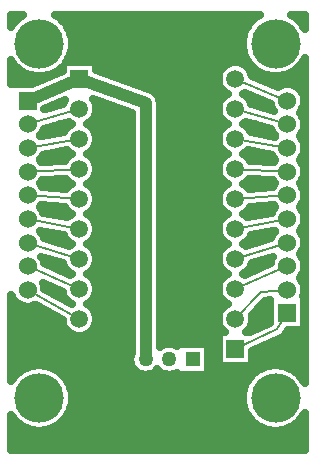
<source format=gbl>
G04 DipTrace 3.2.0.1*
G04 xbee_jst_opl.gbl*
%MOIN*%
G04 #@! TF.FileFunction,Copper,L2,Bot*
G04 #@! TF.Part,Single*
G04 #@! TA.AperFunction,Conductor*
%ADD13C,0.04*%
%ADD16C,0.008*%
G04 #@! TA.AperFunction,CopperBalancing*
%ADD17C,0.025*%
G04 #@! TA.AperFunction,ComponentPad*
%ADD20R,0.05X0.05*%
%ADD21R,0.059055X0.059055*%
%ADD22C,0.059055*%
%ADD23C,0.05*%
%ADD24R,0.06X0.06*%
%ADD25C,0.06*%
G04 #@! TA.AperFunction,ViaPad*
%ADD26C,0.165*%
%FSLAX26Y26*%
G04*
G70*
G90*
G75*
G01*
G04 Bottom*
%LPD*%
X490315Y1600827D2*
D13*
X663386Y1673701D1*
X884016Y738700D2*
Y1593701D1*
X663386Y1673701D1*
X490315Y892166D2*
X663386Y773701D1*
X805276Y738700D1*
X1183386Y1473701D2*
D16*
X1356457Y1443347D1*
X1183386Y1673701D2*
X1356457Y1600827D1*
X1183386Y1373701D2*
X1356457Y1364607D1*
X1183386Y1273701D2*
X1356457Y1285866D1*
X1183386Y1573701D2*
X1356457Y1522087D1*
X490315Y1207126D2*
X663386Y1173701D1*
X1183386D2*
X1356457Y1207126D1*
X1183386Y1073701D2*
X1356457Y1128386D1*
X1183386Y973701D2*
X1356457Y1049646D1*
X1183386Y873701D2*
X1268386Y963701D1*
X1356457Y970906D1*
X1183386Y773701D2*
X1323386Y838701D1*
X1356457Y892166D1*
X490315Y1364607D2*
X663386Y1373701D1*
X490315Y1285866D2*
X663386Y1273701D1*
X490315Y1128386D2*
X663386Y1073701D1*
X490315Y1049646D2*
X663386Y973701D1*
X490315Y970906D2*
X663386Y873701D1*
X490315Y1522087D2*
X663386Y1573701D1*
X490315Y1443347D2*
X663386Y1473701D1*
D26*
X529488Y610236D3*
Y1791339D3*
X1316890Y610236D3*
Y1791339D3*
X438620Y1870116D2*
D17*
X451670D1*
X607311D2*
X1239076D1*
X1394718D2*
X1411679D1*
X626725Y1845247D2*
X1219663D1*
X637023Y1820378D2*
X1209328D1*
X640898Y1795509D2*
X1205488D1*
X638996Y1770641D2*
X1207390D1*
X630995Y1745772D2*
X1215393D1*
X721889Y1720903D2*
X1150729D1*
X1216050D2*
X1231217D1*
X1402576D2*
X1411714D1*
X438620Y1696034D2*
X474096D1*
X584883D2*
X594129D1*
X740692D2*
X1129521D1*
X1237257D2*
X1261503D1*
X1372253D2*
X1411714D1*
X438620Y1671166D2*
X535065D1*
X809267D2*
X1124928D1*
X1270487D2*
X1411714D1*
X877841Y1646297D2*
X1132033D1*
X1392492D2*
X1411714D1*
X923845Y1621428D2*
X1151554D1*
X1215225D2*
X1226445D1*
X717045Y1596559D2*
X737235D1*
X932924D2*
X1129736D1*
X1237042D2*
X1285509D1*
X721853Y1571691D2*
X805845D1*
X932996D2*
X1124893D1*
X715036Y1546822D2*
X835020D1*
X932996D2*
X1131746D1*
X599058Y1521953D2*
X632418D1*
X694330D2*
X835020D1*
X932996D2*
X1152415D1*
X1214364D2*
X1247723D1*
X543473Y1497084D2*
X609990D1*
X716793D2*
X835020D1*
X932996D2*
X1129988D1*
X1236792D2*
X1303309D1*
X721889Y1472215D2*
X835020D1*
X932996D2*
X1124893D1*
X715322Y1447347D2*
X835020D1*
X932996D2*
X1131460D1*
X550327Y1422478D2*
X633351D1*
X693433D2*
X835020D1*
X932996D2*
X1153348D1*
X1213431D2*
X1296419D1*
X716542Y1397609D2*
X835020D1*
X932996D2*
X1130239D1*
X721889Y1372740D2*
X835020D1*
X932996D2*
X1124893D1*
X715609Y1347872D2*
X835020D1*
X932996D2*
X1131172D1*
X535399Y1323003D2*
X634284D1*
X692500D2*
X835020D1*
X932996D2*
X1154281D1*
X1212498D2*
X1311382D1*
X1401536D2*
X1411751D1*
X716292Y1298134D2*
X835020D1*
X932996D2*
X1130490D1*
X721889Y1273265D2*
X835020D1*
X932996D2*
X1124856D1*
X535076Y1248397D2*
X586020D1*
X715861D2*
X835020D1*
X932996D2*
X1130920D1*
X1260761D2*
X1311670D1*
X1401248D2*
X1411751D1*
X568700Y1223528D2*
X635289D1*
X691495D2*
X835020D1*
X932996D2*
X1155286D1*
X1211492D2*
X1278082D1*
X716040Y1198659D2*
X835020D1*
X932996D2*
X1130742D1*
X721889Y1173790D2*
X835020D1*
X932996D2*
X1124856D1*
X545446Y1148921D2*
X610635D1*
X716112D2*
X835020D1*
X932996D2*
X1130634D1*
X1236109D2*
X1301335D1*
X607742Y1124053D2*
X634929D1*
X691818D2*
X835020D1*
X932996D2*
X1154927D1*
X1211816D2*
X1239040D1*
X715789Y1099184D2*
X835020D1*
X932996D2*
X1130992D1*
X543652Y1074315D2*
X557743D1*
X721889D2*
X835020D1*
X932996D2*
X1124856D1*
X1289038D2*
X1303129D1*
X569166Y1049446D2*
X610385D1*
X716399D2*
X835020D1*
X932996D2*
X1130382D1*
X1236397D2*
X1277616D1*
X625827Y1024578D2*
X633948D1*
X692823D2*
X835020D1*
X932996D2*
X1153958D1*
X1212820D2*
X1220932D1*
X715502Y999709D2*
X835020D1*
X932996D2*
X1131280D1*
X549179Y974840D2*
X582395D1*
X721889D2*
X835020D1*
X932996D2*
X1124893D1*
X592347Y949971D2*
X610134D1*
X716614D2*
X835020D1*
X932996D2*
X1130131D1*
X438655Y925103D2*
X454755D1*
X693756D2*
X835020D1*
X932996D2*
X1153025D1*
X1276372D2*
X1297460D1*
X438655Y900234D2*
X551391D1*
X715214D2*
X835020D1*
X932996D2*
X1131530D1*
X1252903D2*
X1297460D1*
X438655Y875365D2*
X595672D1*
X721889D2*
X835020D1*
X932996D2*
X1124893D1*
X1241887D2*
X1297460D1*
X438655Y850496D2*
X609882D1*
X716865D2*
X835020D1*
X932996D2*
X1129916D1*
X1236862D2*
X1273883D1*
X438691Y825628D2*
X632130D1*
X694652D2*
X835020D1*
X932996D2*
X1124856D1*
X1353666D2*
X1411751D1*
X438691Y800759D2*
X835020D1*
X932996D2*
X1124856D1*
X1316562D2*
X1411786D1*
X438691Y775890D2*
X835020D1*
X1095479D2*
X1124856D1*
X1263023D2*
X1411786D1*
X438691Y751021D2*
X831503D1*
X1095479D2*
X1124856D1*
X1241923D2*
X1411786D1*
X438691Y726152D2*
X831575D1*
X1095479D2*
X1124856D1*
X1241923D2*
X1411786D1*
X438691Y701284D2*
X467063D1*
X591916D2*
X846143D1*
X1095479D2*
X1254470D1*
X1379288D2*
X1411786D1*
X618579Y676415D2*
X1227772D1*
X632860Y651546D2*
X1213526D1*
X639750Y626677D2*
X1206637D1*
X640647Y601809D2*
X1205739D1*
X635767Y576940D2*
X1210620D1*
X624176Y552071D2*
X1222210D1*
X438691Y527202D2*
X456370D1*
X602574D2*
X1243777D1*
X1389981D2*
X1411786D1*
X438691Y502334D2*
X511631D1*
X547348D2*
X1299003D1*
X1334755D2*
X1411786D1*
X438691Y477465D2*
X1411786D1*
X438691Y452596D2*
X1411786D1*
X1136553Y829721D2*
X1148718D1*
X1143774Y834089D1*
X1138065Y840773D1*
X1133473Y848269D1*
X1130108Y856390D1*
X1128057Y864937D1*
X1127366Y873701D1*
X1128057Y882465D1*
X1130108Y891012D1*
X1133473Y899133D1*
X1138065Y906629D1*
X1143774Y913313D1*
X1150458Y919023D1*
X1158125Y923694D1*
X1150458Y928379D1*
X1143774Y934089D1*
X1138065Y940773D1*
X1133473Y948269D1*
X1130108Y956390D1*
X1128057Y964937D1*
X1127366Y973701D1*
X1128057Y982465D1*
X1130108Y991012D1*
X1133473Y999133D1*
X1138065Y1006629D1*
X1143774Y1013313D1*
X1150458Y1019023D1*
X1158125Y1023694D1*
X1150458Y1028379D1*
X1143774Y1034089D1*
X1138065Y1040773D1*
X1133473Y1048269D1*
X1130108Y1056390D1*
X1128057Y1064937D1*
X1127366Y1073701D1*
X1128057Y1082465D1*
X1130108Y1091012D1*
X1133473Y1099133D1*
X1138065Y1106629D1*
X1143774Y1113313D1*
X1150458Y1119023D1*
X1158125Y1123694D1*
X1150458Y1128379D1*
X1143774Y1134089D1*
X1138065Y1140773D1*
X1133473Y1148269D1*
X1130108Y1156390D1*
X1128057Y1164937D1*
X1127366Y1173701D1*
X1128057Y1182465D1*
X1130108Y1191012D1*
X1133473Y1199133D1*
X1138065Y1206629D1*
X1143774Y1213313D1*
X1150458Y1219023D1*
X1158125Y1223694D1*
X1150458Y1228379D1*
X1143774Y1234089D1*
X1138065Y1240773D1*
X1133473Y1248269D1*
X1130108Y1256390D1*
X1128057Y1264937D1*
X1127366Y1273701D1*
X1128057Y1282465D1*
X1130108Y1291012D1*
X1133473Y1299133D1*
X1138065Y1306629D1*
X1143774Y1313313D1*
X1150458Y1319023D1*
X1158125Y1323694D1*
X1150458Y1328379D1*
X1143774Y1334089D1*
X1138065Y1340773D1*
X1133473Y1348269D1*
X1130108Y1356390D1*
X1128057Y1364937D1*
X1127366Y1373701D1*
X1128057Y1382465D1*
X1130108Y1391012D1*
X1133473Y1399133D1*
X1138065Y1406629D1*
X1143774Y1413313D1*
X1150458Y1419023D1*
X1158125Y1423694D1*
X1150458Y1428379D1*
X1143774Y1434089D1*
X1138065Y1440773D1*
X1133473Y1448269D1*
X1130108Y1456390D1*
X1128057Y1464937D1*
X1127366Y1473701D1*
X1128057Y1482465D1*
X1130108Y1491012D1*
X1133473Y1499133D1*
X1138065Y1506629D1*
X1143774Y1513313D1*
X1150458Y1519023D1*
X1158125Y1523694D1*
X1150458Y1528379D1*
X1143774Y1534089D1*
X1138065Y1540773D1*
X1133473Y1548269D1*
X1130108Y1556390D1*
X1128057Y1564937D1*
X1127366Y1573701D1*
X1128057Y1582465D1*
X1130108Y1591012D1*
X1133473Y1599133D1*
X1138065Y1606629D1*
X1143774Y1613313D1*
X1150458Y1619023D1*
X1158125Y1623694D1*
X1150458Y1628379D1*
X1143774Y1634089D1*
X1138065Y1640773D1*
X1133473Y1648269D1*
X1130108Y1656390D1*
X1128057Y1664937D1*
X1127366Y1673701D1*
X1128057Y1682465D1*
X1130108Y1691012D1*
X1133473Y1699133D1*
X1138065Y1706629D1*
X1143774Y1713313D1*
X1150458Y1719023D1*
X1157954Y1723614D1*
X1166075Y1726979D1*
X1174622Y1729030D1*
X1183386Y1729721D1*
X1192150Y1729030D1*
X1200697Y1726979D1*
X1208818Y1723614D1*
X1216314Y1719023D1*
X1222998Y1713313D1*
X1228708Y1706629D1*
X1233299Y1699133D1*
X1236664Y1691012D1*
X1238491Y1683593D1*
X1324432Y1647397D1*
X1330810Y1651162D1*
X1339000Y1654554D1*
X1347620Y1656624D1*
X1356457Y1657319D1*
X1365294Y1656624D1*
X1373914Y1654554D1*
X1382104Y1651162D1*
X1389662Y1646530D1*
X1396403Y1640773D1*
X1402160Y1634032D1*
X1406792Y1626474D1*
X1410184Y1618284D1*
X1412253Y1609664D1*
X1412949Y1600827D1*
X1412253Y1591990D1*
X1410184Y1583370D1*
X1406792Y1575180D1*
X1402160Y1567622D1*
X1396956Y1561479D1*
X1402160Y1555292D1*
X1406792Y1547734D1*
X1410184Y1539544D1*
X1412253Y1530924D1*
X1412949Y1522087D1*
X1412253Y1513250D1*
X1410184Y1504630D1*
X1406792Y1496440D1*
X1402160Y1488882D1*
X1396956Y1482739D1*
X1402160Y1476551D1*
X1406792Y1468994D1*
X1410184Y1460803D1*
X1412253Y1452184D1*
X1412949Y1443347D1*
X1412253Y1434509D1*
X1410184Y1425890D1*
X1406792Y1417700D1*
X1402160Y1410142D1*
X1396956Y1403999D1*
X1402160Y1397811D1*
X1406792Y1390253D1*
X1410184Y1382063D1*
X1412253Y1373444D1*
X1412949Y1364607D1*
X1412253Y1355769D1*
X1410184Y1347150D1*
X1406792Y1338960D1*
X1402160Y1331402D1*
X1396956Y1325259D1*
X1402160Y1319071D1*
X1406792Y1311513D1*
X1410184Y1303323D1*
X1412253Y1294704D1*
X1412949Y1285866D1*
X1412253Y1277029D1*
X1410184Y1268410D1*
X1406792Y1260219D1*
X1402160Y1252662D1*
X1396956Y1246519D1*
X1402160Y1240331D1*
X1406792Y1232773D1*
X1410184Y1224583D1*
X1412253Y1215963D1*
X1412949Y1207126D1*
X1412253Y1198289D1*
X1410184Y1189670D1*
X1406792Y1181479D1*
X1402160Y1173921D1*
X1396956Y1167778D1*
X1402160Y1161591D1*
X1406792Y1154033D1*
X1410184Y1145843D1*
X1412253Y1137223D1*
X1412949Y1128386D1*
X1412253Y1119549D1*
X1410184Y1110929D1*
X1406792Y1102739D1*
X1402160Y1095181D1*
X1396956Y1089038D1*
X1402160Y1082851D1*
X1406792Y1075293D1*
X1410184Y1067103D1*
X1412253Y1058483D1*
X1412949Y1049646D1*
X1412253Y1040809D1*
X1410184Y1032189D1*
X1406792Y1023999D1*
X1402160Y1016441D1*
X1396956Y1010298D1*
X1402160Y1004110D1*
X1406792Y996553D1*
X1410184Y988362D1*
X1412253Y979743D1*
X1412949Y970906D1*
X1412253Y962068D1*
X1410184Y953449D1*
X1408352Y948642D1*
X1412949Y948658D1*
Y835673D1*
X1357365D1*
X1347383Y819889D1*
X1344145Y816366D1*
X1340395Y813394D1*
X1336227Y811045D1*
X1239399Y766088D1*
X1239406Y717681D1*
X1127366D1*
Y829721D1*
X1136553D1*
X1218117D2*
X1231610D1*
X1299986Y861456D1*
X1299965Y935683D1*
X1282513Y934263D1*
X1237858Y886778D1*
X1239232Y878096D1*
Y869306D1*
X1237858Y860624D1*
X1235142Y852263D1*
X1231151Y844431D1*
X1225983Y837319D1*
X1219768Y831104D1*
X1218028Y829731D1*
X1208647Y1023694D2*
X1214128Y1020482D1*
X1300660Y1058483D1*
X1302730Y1067103D1*
X1306122Y1075293D1*
X1310012Y1081742D1*
X1237365Y1058778D1*
X1235142Y1052263D1*
X1231151Y1044431D1*
X1225983Y1037319D1*
X1219768Y1031104D1*
X1212656Y1025936D1*
X1208647Y1023708D1*
Y1123694D2*
X1216314Y1119023D1*
X1218971Y1116927D1*
X1301931Y1143135D1*
X1304265Y1150004D1*
X1308289Y1157903D1*
X1313500Y1165075D1*
X1315958Y1167734D1*
X1308121Y1166735D1*
X1235294Y1152671D1*
X1231151Y1144431D1*
X1225983Y1137319D1*
X1219768Y1131104D1*
X1212656Y1125936D1*
X1208647Y1123708D1*
Y1223694D2*
X1216314Y1219023D1*
X1222998Y1213313D1*
X1223709Y1212544D1*
X1303984Y1228047D1*
X1306122Y1232773D1*
X1310753Y1240331D1*
X1315958Y1246474D1*
X1311193Y1252103D1*
X1232415Y1246580D1*
X1228708Y1240773D1*
X1222998Y1234089D1*
X1216314Y1228379D1*
X1208647Y1223708D1*
Y1323694D2*
X1216314Y1319023D1*
X1222998Y1313313D1*
X1228100Y1307398D1*
X1306856Y1312948D1*
X1310753Y1319071D1*
X1315958Y1325214D1*
X1310753Y1331402D1*
X1307418Y1336647D1*
X1228708Y1340773D1*
X1222998Y1334089D1*
X1216314Y1328379D1*
X1208647Y1323708D1*
Y1423694D2*
X1216314Y1419023D1*
X1222998Y1413313D1*
X1228708Y1406629D1*
X1231864Y1401697D1*
X1310587Y1397551D1*
X1315958Y1403954D1*
X1310753Y1410142D1*
X1306122Y1417700D1*
X1304360Y1421524D1*
X1224408Y1435549D1*
X1219768Y1431104D1*
X1212656Y1425936D1*
X1208647Y1423708D1*
Y1523694D2*
X1216314Y1519023D1*
X1222998Y1513313D1*
X1228708Y1506629D1*
X1233299Y1499133D1*
X1234919Y1495622D1*
X1314869Y1481599D1*
X1313500Y1485398D1*
X1308289Y1492570D1*
X1304265Y1500469D1*
X1302217Y1506448D1*
X1219718Y1531046D1*
X1212656Y1525936D1*
X1208647Y1523708D1*
Y1623694D2*
X1216314Y1619023D1*
X1222998Y1613313D1*
X1228708Y1606629D1*
X1233299Y1599133D1*
X1236664Y1591012D1*
X1237088Y1589507D1*
X1310753Y1567622D1*
X1306122Y1575180D1*
X1302730Y1583370D1*
X1300826Y1591156D1*
X1214882Y1627355D1*
X1208647Y1623708D1*
X619387Y1729721D2*
X719406D1*
Y1702844D1*
X903244Y1636030D1*
X909630Y1632502D1*
X915383Y1628017D1*
X920366Y1622687D1*
X924453Y1616643D1*
X927544Y1610036D1*
X929563Y1603025D1*
X930461Y1595771D1*
X930508Y778878D1*
X935852Y782604D1*
X943051Y786272D1*
X950735Y788769D1*
X958717Y790033D1*
X966795D1*
X974777Y788769D1*
X982461Y786272D1*
X990015Y782368D1*
X990004Y790192D1*
X1092988D1*
Y687208D1*
X990004D1*
Y694995D1*
X982461Y691128D1*
X974777Y688630D1*
X966795Y687366D1*
X958717D1*
X950735Y688630D1*
X943051Y691128D1*
X935852Y694795D1*
X929315Y699545D1*
X923395Y705519D1*
X917457Y699545D1*
X910920Y694795D1*
X903721Y691128D1*
X896037Y688630D1*
X888055Y687366D1*
X879977D1*
X871995Y688630D1*
X864311Y691128D1*
X857112Y694795D1*
X850575Y699545D1*
X844861Y705259D1*
X840112Y711795D1*
X836444Y718995D1*
X833946Y726679D1*
X832683Y734660D1*
Y742739D1*
X833946Y750721D1*
X836444Y758404D1*
X837521Y760743D1*
X837524Y1561129D1*
X707488Y1608256D1*
X711151Y1602971D1*
X715142Y1595139D1*
X717858Y1586778D1*
X719232Y1578096D1*
Y1569306D1*
X717858Y1560624D1*
X715142Y1552263D1*
X711151Y1544431D1*
X705983Y1537319D1*
X699768Y1531104D1*
X692656Y1525936D1*
X688818Y1523614D1*
X696314Y1519023D1*
X702998Y1513313D1*
X708708Y1506629D1*
X713299Y1499133D1*
X716664Y1491012D1*
X718715Y1482465D1*
X719406Y1473701D1*
X718715Y1464937D1*
X716664Y1456390D1*
X713299Y1448269D1*
X708708Y1440773D1*
X702998Y1434089D1*
X696314Y1428379D1*
X688647Y1423708D1*
X696314Y1419023D1*
X702998Y1413313D1*
X708708Y1406629D1*
X713299Y1399133D1*
X716664Y1391012D1*
X718715Y1382465D1*
X719406Y1373701D1*
X718715Y1364937D1*
X716664Y1356390D1*
X713299Y1348269D1*
X708708Y1340773D1*
X702998Y1334089D1*
X696314Y1328379D1*
X688647Y1323708D1*
X696314Y1319023D1*
X702998Y1313313D1*
X708708Y1306629D1*
X713299Y1299133D1*
X716664Y1291012D1*
X718715Y1282465D1*
X719406Y1273701D1*
X718715Y1264937D1*
X716664Y1256390D1*
X713299Y1248269D1*
X708708Y1240773D1*
X702998Y1234089D1*
X696314Y1228379D1*
X688647Y1223708D1*
X696314Y1219023D1*
X702998Y1213313D1*
X708708Y1206629D1*
X713299Y1199133D1*
X716664Y1191012D1*
X718715Y1182465D1*
X719406Y1173701D1*
X718715Y1164937D1*
X716664Y1156390D1*
X713299Y1148269D1*
X708708Y1140773D1*
X702998Y1134089D1*
X696314Y1128379D1*
X688647Y1123708D1*
X696314Y1119023D1*
X702998Y1113313D1*
X708708Y1106629D1*
X713299Y1099133D1*
X716664Y1091012D1*
X718715Y1082465D1*
X719406Y1073701D1*
X718715Y1064937D1*
X716664Y1056390D1*
X713299Y1048269D1*
X708708Y1040773D1*
X702998Y1034089D1*
X696314Y1028379D1*
X688647Y1023708D1*
X696314Y1019023D1*
X702998Y1013313D1*
X708708Y1006629D1*
X713299Y999133D1*
X716664Y991012D1*
X718715Y982465D1*
X719406Y973701D1*
X718715Y964937D1*
X716664Y956390D1*
X713299Y948269D1*
X708708Y940773D1*
X702998Y934089D1*
X696314Y928379D1*
X688647Y923708D1*
X696314Y919023D1*
X702998Y913313D1*
X708708Y906629D1*
X713299Y899133D1*
X716664Y891012D1*
X718715Y882465D1*
X719406Y873701D1*
X718715Y864937D1*
X716664Y856390D1*
X713299Y848269D1*
X708708Y840773D1*
X702998Y834089D1*
X696314Y828379D1*
X688818Y823788D1*
X680697Y820423D1*
X672150Y818372D1*
X663386Y817681D1*
X654622Y818372D1*
X646075Y820423D1*
X637954Y823788D1*
X630458Y828379D1*
X623774Y834089D1*
X618065Y840773D1*
X613473Y848269D1*
X610108Y856390D1*
X608057Y864937D1*
X607507Y870113D1*
X516830Y921042D1*
X511933Y918714D1*
X503503Y915974D1*
X494747Y914588D1*
X485883D1*
X477128Y915974D1*
X468697Y918714D1*
X460798Y922738D1*
X453626Y927949D1*
X447358Y934217D1*
X442147Y941389D1*
X438124Y949288D1*
X436170Y954933D1*
X436184Y666596D1*
X441313Y674301D1*
X446610Y681021D1*
X452419Y687306D1*
X458704Y693114D1*
X465424Y698412D1*
X472540Y703167D1*
X480007Y707349D1*
X487778Y710932D1*
X495809Y713894D1*
X504045Y716217D1*
X512439Y717886D1*
X520937Y718893D1*
X529488Y719229D1*
X538040Y718893D1*
X546538Y717886D1*
X554932Y716217D1*
X563168Y713894D1*
X571198Y710932D1*
X578970Y707349D1*
X586437Y703167D1*
X593553Y698412D1*
X600273Y693114D1*
X606558Y687306D1*
X612366Y681021D1*
X617664Y674301D1*
X622419Y667185D1*
X626601Y659718D1*
X630184Y651946D1*
X633146Y643916D1*
X635469Y635680D1*
X637138Y627286D1*
X638145Y618788D1*
X638481Y610236D1*
X638145Y601685D1*
X637138Y593187D1*
X635469Y584793D1*
X633146Y576557D1*
X630184Y568526D1*
X626601Y560755D1*
X622419Y553288D1*
X617664Y546172D1*
X612366Y539452D1*
X606558Y533167D1*
X600273Y527358D1*
X593553Y522061D1*
X586437Y517306D1*
X578970Y513124D1*
X571198Y509541D1*
X563168Y506579D1*
X554932Y504256D1*
X546538Y502587D1*
X538040Y501580D1*
X529488Y501244D1*
X520937Y501580D1*
X512439Y502587D1*
X504045Y504256D1*
X495809Y506579D1*
X487778Y509541D1*
X480007Y513124D1*
X472540Y517306D1*
X465424Y522061D1*
X458704Y527358D1*
X452419Y533167D1*
X446610Y539452D1*
X441313Y546172D1*
X436181Y553960D1*
X436200Y436219D1*
X1414328Y436201D1*
X1414285Y561347D1*
X1409820Y553288D1*
X1405066Y546172D1*
X1399768Y539452D1*
X1393960Y533167D1*
X1387675Y527358D1*
X1380954Y522061D1*
X1373839Y517306D1*
X1366372Y513124D1*
X1358600Y509541D1*
X1350570Y506579D1*
X1342334Y504256D1*
X1333940Y502587D1*
X1325441Y501580D1*
X1316890Y501244D1*
X1308339Y501580D1*
X1299840Y502587D1*
X1291446Y504256D1*
X1283210Y506579D1*
X1275180Y509541D1*
X1267408Y513124D1*
X1259941Y517306D1*
X1252826Y522061D1*
X1246105Y527358D1*
X1239820Y533167D1*
X1234012Y539452D1*
X1228714Y546172D1*
X1223960Y553288D1*
X1219777Y560755D1*
X1216194Y568526D1*
X1213232Y576557D1*
X1210910Y584793D1*
X1209240Y593187D1*
X1208234Y601685D1*
X1207898Y610236D1*
X1208234Y618788D1*
X1209240Y627286D1*
X1210910Y635680D1*
X1213232Y643916D1*
X1216194Y651946D1*
X1219777Y659718D1*
X1223960Y667185D1*
X1228714Y674301D1*
X1234012Y681021D1*
X1239820Y687306D1*
X1246105Y693114D1*
X1252826Y698412D1*
X1259941Y703167D1*
X1267408Y707349D1*
X1275180Y710932D1*
X1283210Y713894D1*
X1291446Y716217D1*
X1299840Y717886D1*
X1308339Y718893D1*
X1316890Y719229D1*
X1325441Y718893D1*
X1333940Y717886D1*
X1342334Y716217D1*
X1350570Y713894D1*
X1358600Y710932D1*
X1366372Y707349D1*
X1373839Y703167D1*
X1380954Y698412D1*
X1387675Y693114D1*
X1393960Y687306D1*
X1399768Y681021D1*
X1405066Y674301D1*
X1409820Y667185D1*
X1414269Y659141D1*
X1414205Y1742223D1*
X1409820Y1734390D1*
X1405066Y1727274D1*
X1399768Y1720554D1*
X1393960Y1714269D1*
X1387675Y1708461D1*
X1380954Y1703163D1*
X1373839Y1698408D1*
X1366372Y1694226D1*
X1358600Y1690643D1*
X1350570Y1687681D1*
X1342334Y1685358D1*
X1333940Y1683689D1*
X1325441Y1682683D1*
X1316890Y1682347D1*
X1308339Y1682683D1*
X1299840Y1683689D1*
X1291446Y1685358D1*
X1283210Y1687681D1*
X1275180Y1690643D1*
X1267408Y1694226D1*
X1259941Y1698408D1*
X1252826Y1703163D1*
X1246105Y1708461D1*
X1239820Y1714269D1*
X1234012Y1720554D1*
X1228714Y1727274D1*
X1223960Y1734390D1*
X1219777Y1741857D1*
X1216194Y1749629D1*
X1213232Y1757659D1*
X1210910Y1765895D1*
X1209240Y1774289D1*
X1208234Y1782788D1*
X1207898Y1791339D1*
X1208234Y1799890D1*
X1209240Y1808389D1*
X1210910Y1816782D1*
X1213232Y1825019D1*
X1216194Y1833049D1*
X1219777Y1840820D1*
X1223960Y1848288D1*
X1228714Y1855403D1*
X1234012Y1862124D1*
X1239820Y1868408D1*
X1246105Y1874217D1*
X1252826Y1879515D1*
X1259941Y1884269D1*
X1264288Y1886704D1*
X582351Y1886650D1*
X593553Y1879515D1*
X600273Y1874217D1*
X606558Y1868408D1*
X612366Y1862124D1*
X617664Y1855403D1*
X622419Y1848288D1*
X626601Y1840820D1*
X630184Y1833049D1*
X633146Y1825019D1*
X635469Y1816782D1*
X637138Y1808389D1*
X638145Y1799890D1*
X638481Y1791339D1*
X638145Y1782788D1*
X637138Y1774289D1*
X635469Y1765895D1*
X633146Y1757659D1*
X630184Y1749629D1*
X626601Y1741857D1*
X622419Y1734390D1*
X619281Y1729693D1*
X607366Y1700538D2*
Y1715107D1*
X600273Y1708461D1*
X593553Y1703163D1*
X586437Y1698408D1*
X578970Y1694226D1*
X571198Y1690643D1*
X563168Y1687681D1*
X554932Y1685358D1*
X546538Y1683689D1*
X538040Y1682683D1*
X529488Y1682347D1*
X520937Y1682683D1*
X512439Y1683689D1*
X504045Y1685358D1*
X495809Y1687681D1*
X487778Y1690643D1*
X480007Y1694226D1*
X472540Y1698408D1*
X465424Y1703163D1*
X458704Y1708461D1*
X452419Y1714269D1*
X446610Y1720554D1*
X441313Y1727274D1*
X436116Y1735179D1*
X436118Y1657286D1*
X504694Y1657319D1*
X607372Y1700561D1*
X638125Y1523708D2*
X630458Y1528379D1*
X627071Y1531050D1*
X544626Y1506465D1*
X542507Y1500469D1*
X538483Y1492570D1*
X533272Y1485398D1*
X530814Y1482739D1*
X539337Y1482902D1*
X611830Y1495616D1*
X615621Y1502971D1*
X620789Y1510083D1*
X627004Y1516298D1*
X634116Y1521466D1*
X638125Y1523694D1*
X609684Y1589507D2*
X611630Y1595139D1*
X615784Y1603214D1*
X546792Y1574162D1*
X552026Y1572310D1*
X609626Y1589487D1*
X638125Y1423708D2*
X630458Y1428379D1*
X623774Y1434089D1*
X622410Y1435566D1*
X542437Y1421530D1*
X538483Y1413830D1*
X533272Y1406658D1*
X530814Y1403999D1*
X536201Y1397538D1*
X614889Y1401687D1*
X618065Y1406629D1*
X623774Y1413313D1*
X630458Y1419023D1*
X638125Y1423694D1*
Y1323708D2*
X630458Y1328379D1*
X623774Y1334089D1*
X618055Y1340788D1*
X539385Y1336651D1*
X536019Y1331402D1*
X530814Y1325259D1*
X536019Y1319071D1*
X539845Y1312949D1*
X618634Y1307414D1*
X623774Y1313313D1*
X630458Y1319023D1*
X638125Y1323694D1*
Y1223708D2*
X630458Y1228379D1*
X623774Y1234089D1*
X618065Y1240773D1*
X614421Y1246575D1*
X535641Y1252113D1*
X530814Y1246519D1*
X536019Y1240331D1*
X540650Y1232773D1*
X542765Y1228046D1*
X623042Y1212549D1*
X627004Y1216298D1*
X634116Y1221466D1*
X638125Y1223694D1*
Y1123708D2*
X630458Y1128379D1*
X623774Y1134089D1*
X618065Y1140773D1*
X613473Y1148269D1*
X611482Y1152666D1*
X531223Y1168170D1*
X536019Y1161591D1*
X540650Y1154033D1*
X544042Y1145843D1*
X544799Y1143158D1*
X627781Y1116929D1*
X634116Y1121466D1*
X638125Y1123694D1*
Y1023708D2*
X630458Y1028379D1*
X623774Y1034089D1*
X618065Y1040773D1*
X613473Y1048269D1*
X610108Y1056390D1*
X609441Y1058755D1*
X536802Y1081719D1*
X540650Y1075293D1*
X544042Y1067103D1*
X546114Y1058466D1*
X632593Y1020512D1*
X638125Y1023694D1*
Y923708D2*
X630458Y928379D1*
X623774Y934089D1*
X618065Y940773D1*
X613473Y948269D1*
X610108Y956390D1*
X608113Y964651D1*
X542007Y993664D1*
X544042Y988362D1*
X546112Y979743D1*
X546677Y974213D1*
X637373Y923284D1*
X638125Y923694D1*
X436116Y1847499D2*
X441313Y1855403D1*
X446610Y1862124D1*
X452419Y1868408D1*
X458704Y1874217D1*
X465424Y1879515D1*
X472540Y1884269D1*
X476769Y1886638D1*
X436087Y1886635D1*
X436105Y1847545D1*
X1369433Y1886736D2*
X1373839Y1884269D1*
X1380954Y1879515D1*
X1387675Y1874217D1*
X1393960Y1868408D1*
X1399768Y1862124D1*
X1405066Y1855403D1*
X1409820Y1848288D1*
X1414185Y1840425D1*
X1414194Y1886764D1*
X1369650Y1886727D1*
D21*
X1183386Y773701D3*
D22*
Y873701D3*
Y973701D3*
Y1073701D3*
Y1173701D3*
Y1273701D3*
Y1373701D3*
Y1473701D3*
Y1573701D3*
Y1673701D3*
D21*
X663386D3*
D22*
Y1573701D3*
Y1473701D3*
Y1373701D3*
Y1273701D3*
Y1173701D3*
Y1073701D3*
Y973701D3*
Y873701D3*
Y773701D3*
D20*
X1041496Y738700D3*
D23*
X962756D3*
X884016D3*
X805276D3*
D24*
X490315Y1600827D3*
D25*
Y1522087D3*
Y1443347D3*
Y1364607D3*
Y1285866D3*
Y1207126D3*
Y1128386D3*
Y1049646D3*
Y970906D3*
Y892166D3*
D24*
X1356457D3*
D25*
Y970906D3*
Y1049646D3*
Y1128386D3*
Y1207126D3*
Y1285866D3*
Y1364607D3*
Y1443347D3*
Y1522087D3*
Y1600827D3*
M02*

</source>
